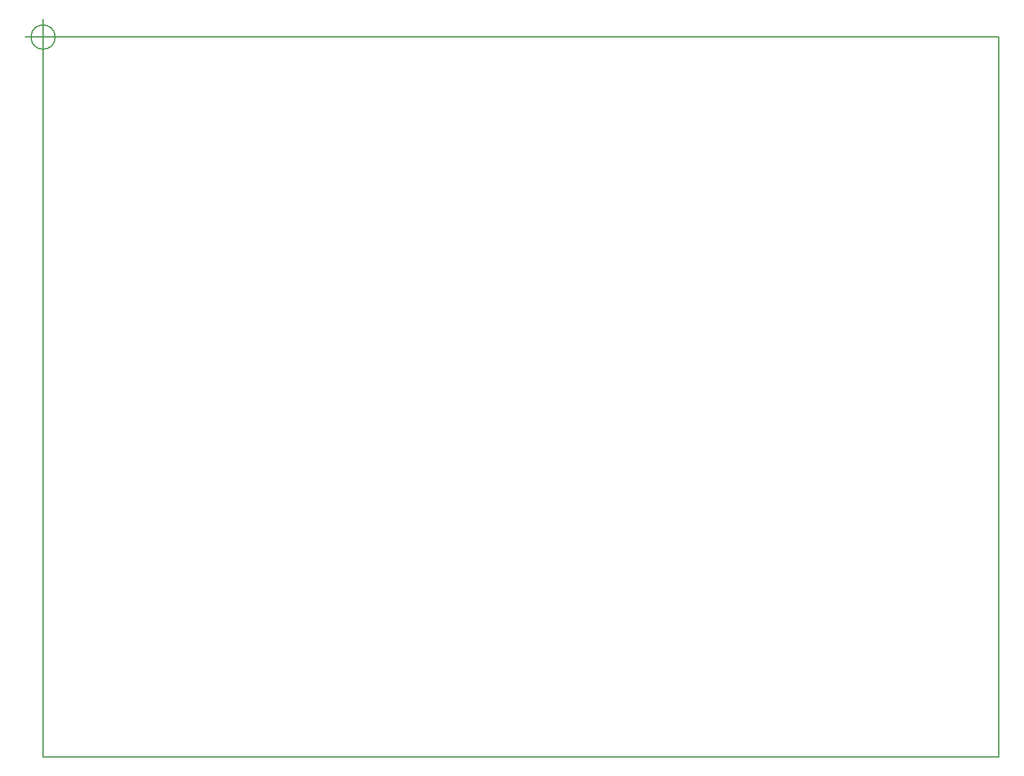
<source format=gm1>
G04 #@! TF.FileFunction,Profile,NP*
%FSLAX46Y46*%
G04 Gerber Fmt 4.6, Leading zero omitted, Abs format (unit mm)*
G04 Created by KiCad (PCBNEW 4.0.7) date 03/21/19 10:54:29*
%MOMM*%
%LPD*%
G01*
G04 APERTURE LIST*
%ADD10C,0.100000*%
%ADD11C,0.150000*%
G04 APERTURE END LIST*
D10*
D11*
X131600000Y-99200000D02*
X128600000Y-99200000D01*
X131600000Y-96200000D02*
X131600000Y-99200000D01*
X1666666Y0D02*
G75*
G03X1666666Y0I-1666666J0D01*
G01*
X-2500000Y0D02*
X2500000Y0D01*
X0Y2500000D02*
X0Y-2500000D01*
X0Y0D02*
X0Y-3000000D01*
X3000000Y0D02*
X0Y0D01*
X700000Y-99200000D02*
X128600000Y-99200000D01*
X0Y-99200000D02*
X700000Y-99200000D01*
X0Y-3000000D02*
X0Y-99200000D01*
X131600000Y-91400000D02*
X131600000Y-96200000D01*
X131600000Y-500000D02*
X131600000Y-91400000D01*
X131600000Y-100000D02*
X131600000Y-200000D01*
X131600000Y-200000D02*
X131600000Y-500000D01*
X131600000Y0D02*
X131600000Y-100000D01*
X129600000Y0D02*
X131600000Y0D01*
X3000000Y0D02*
X129600000Y0D01*
M02*

</source>
